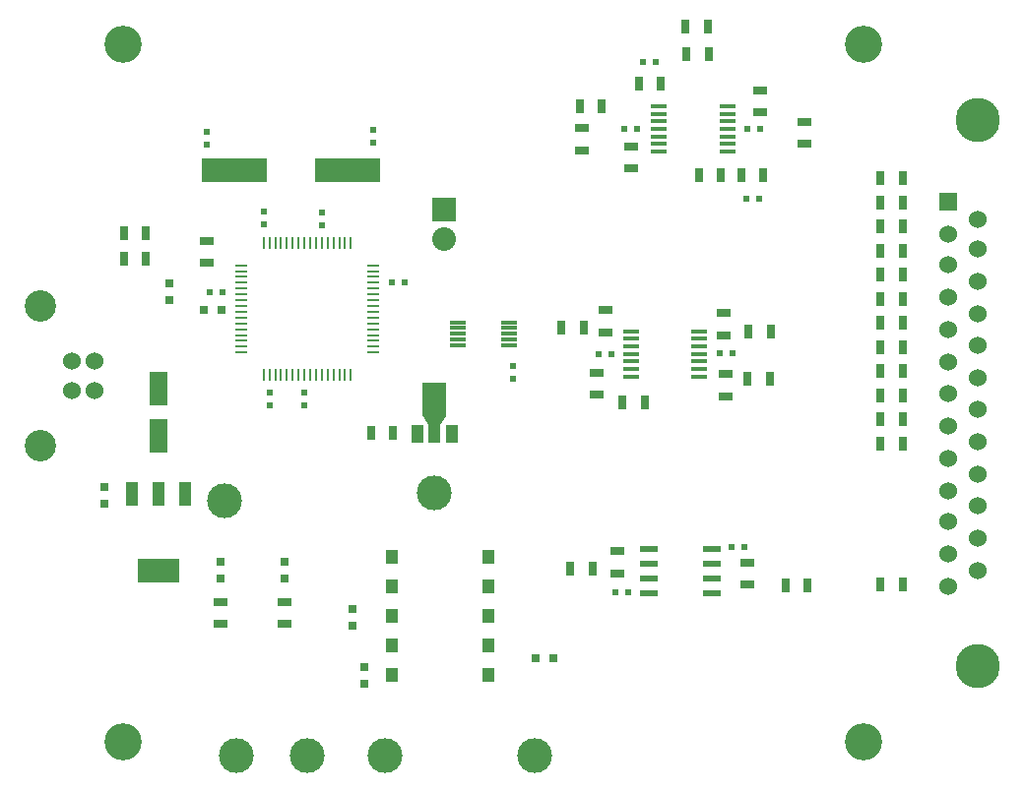
<source format=gts>
G04 #@! TF.FileFunction,Soldermask,Top*
%FSLAX46Y46*%
G04 Gerber Fmt 4.6, Leading zero omitted, Abs format (unit mm)*
G04 Created by KiCad (PCBNEW 4.0.1-stable) date 17/04/2016 20:48:40*
%MOMM*%
G01*
G04 APERTURE LIST*
%ADD10C,0.100000*%
%ADD11R,1.000000X0.250000*%
%ADD12R,0.250000X1.000000*%
%ADD13C,3.000000*%
%ADD14R,0.750000X0.800000*%
%ADD15R,0.600000X0.500000*%
%ADD16R,0.800000X0.750000*%
%ADD17R,0.500000X0.600000*%
%ADD18R,1.501140X2.999740*%
%ADD19R,0.797560X0.797560*%
%ADD20C,1.524000*%
%ADD21C,2.700020*%
%ADD22C,3.810000*%
%ADD23R,1.524000X1.524000*%
%ADD24R,0.700000X1.300000*%
%ADD25R,1.300000X0.700000*%
%ADD26C,3.200000*%
%ADD27R,3.657600X2.032000*%
%ADD28R,1.016000X2.032000*%
%ADD29R,1.000760X1.501140*%
%ADD30R,1.998980X2.999740*%
%ADD31R,1.100000X1.200000*%
%ADD32R,1.450000X0.450000*%
%ADD33R,1.550000X0.600000*%
%ADD34R,5.600700X2.100580*%
%ADD35R,2.032000X2.032000*%
%ADD36O,2.032000X2.032000*%
%ADD37R,1.400000X0.300000*%
G04 APERTURE END LIST*
D10*
D11*
X98000000Y-72350000D03*
X98000000Y-72850000D03*
X98000000Y-73350000D03*
X98000000Y-73850000D03*
X98000000Y-74350000D03*
X98000000Y-74850000D03*
X98000000Y-75350000D03*
X98000000Y-75850000D03*
X98000000Y-76350000D03*
X98000000Y-76850000D03*
X98000000Y-77350000D03*
X98000000Y-77850000D03*
X98000000Y-78350000D03*
X98000000Y-78850000D03*
X98000000Y-79350000D03*
X98000000Y-79850000D03*
D12*
X99950000Y-81800000D03*
X100450000Y-81800000D03*
X100950000Y-81800000D03*
X101450000Y-81800000D03*
X101950000Y-81800000D03*
X102450000Y-81800000D03*
X102950000Y-81800000D03*
X103450000Y-81800000D03*
X103950000Y-81800000D03*
X104450000Y-81800000D03*
X104950000Y-81800000D03*
X105450000Y-81800000D03*
X105950000Y-81800000D03*
X106450000Y-81800000D03*
X106950000Y-81800000D03*
X107450000Y-81800000D03*
D11*
X109400000Y-79850000D03*
X109400000Y-79350000D03*
X109400000Y-78850000D03*
X109400000Y-78350000D03*
X109400000Y-77850000D03*
X109400000Y-77350000D03*
X109400000Y-76850000D03*
X109400000Y-76350000D03*
X109400000Y-75850000D03*
X109400000Y-75350000D03*
X109400000Y-74850000D03*
X109400000Y-74350000D03*
X109400000Y-73850000D03*
X109400000Y-73350000D03*
X109400000Y-72850000D03*
X109400000Y-72350000D03*
D12*
X107450000Y-70400000D03*
X106950000Y-70400000D03*
X106450000Y-70400000D03*
X105950000Y-70400000D03*
X105450000Y-70400000D03*
X104950000Y-70400000D03*
X104450000Y-70400000D03*
X103950000Y-70400000D03*
X103450000Y-70400000D03*
X102950000Y-70400000D03*
X102450000Y-70400000D03*
X101950000Y-70400000D03*
X101450000Y-70400000D03*
X100950000Y-70400000D03*
X100450000Y-70400000D03*
X99950000Y-70400000D03*
D13*
X123225000Y-114500000D03*
X110350000Y-114500000D03*
X114625000Y-91975000D03*
X96575000Y-92650000D03*
X97575000Y-114550000D03*
D14*
X86225000Y-91400000D03*
X86225000Y-92900000D03*
D15*
X111000000Y-73850000D03*
X112100000Y-73850000D03*
D16*
X96325000Y-76225000D03*
X94825000Y-76225000D03*
D15*
X96375000Y-74675000D03*
X95275000Y-74675000D03*
D17*
X103450000Y-83325000D03*
X103450000Y-84425000D03*
X100450000Y-83300000D03*
X100450000Y-84400000D03*
X104950000Y-68900000D03*
X104950000Y-67800000D03*
X99950000Y-68800000D03*
X99950000Y-67700000D03*
D14*
X91875000Y-73875000D03*
X91875000Y-75375000D03*
D17*
X95050000Y-61925000D03*
X95050000Y-60825000D03*
X109350000Y-61800000D03*
X109350000Y-60700000D03*
X121425000Y-81000000D03*
X121425000Y-82100000D03*
D15*
X142575000Y-66600000D03*
X141475000Y-66600000D03*
X133675000Y-54850000D03*
X132575000Y-54850000D03*
X128725000Y-79975000D03*
X129825000Y-79975000D03*
X140250000Y-79900000D03*
X139150000Y-79900000D03*
X130975000Y-60600000D03*
X132075000Y-60600000D03*
X142675000Y-60600000D03*
X141575000Y-60600000D03*
X141300000Y-96600000D03*
X140200000Y-96600000D03*
X130200000Y-100525000D03*
X131300000Y-100525000D03*
D18*
X90875000Y-83001020D03*
X90875000Y-86998980D03*
D19*
X101750000Y-97826400D03*
X101750000Y-99325000D03*
D20*
X85425000Y-80560000D03*
X85425000Y-83100000D03*
X83426020Y-83100000D03*
X83426020Y-80560000D03*
D21*
X80726000Y-75830520D03*
X80726000Y-87829480D03*
D22*
X161370000Y-106845000D03*
X161370000Y-59855000D03*
D23*
X158830000Y-66840000D03*
D20*
X158830000Y-69634000D03*
X158830000Y-72301000D03*
X158830000Y-75095000D03*
X158830000Y-77889000D03*
X158830000Y-80683000D03*
X158830000Y-83350000D03*
X158830000Y-86144000D03*
X158830000Y-88938000D03*
X158830000Y-91732000D03*
X158830000Y-94399000D03*
X158830000Y-97193000D03*
X158830000Y-99987000D03*
X161370000Y-68414800D03*
X161370000Y-70954800D03*
X161370000Y-73748800D03*
X161370000Y-76492000D03*
X161370000Y-79235200D03*
X161370000Y-82029200D03*
X161370000Y-84772400D03*
X161370000Y-87515600D03*
X161370000Y-90360400D03*
X161370000Y-93052800D03*
X161370000Y-95796000D03*
X161370000Y-98590000D03*
D19*
X96250000Y-97826400D03*
X96250000Y-99325000D03*
D24*
X89825000Y-69550000D03*
X87925000Y-69550000D03*
X89825000Y-71825000D03*
X87925000Y-71825000D03*
X154900000Y-64850000D03*
X153000000Y-64850000D03*
X154900000Y-69000000D03*
X153000000Y-69000000D03*
X154900000Y-73150000D03*
X153000000Y-73150000D03*
X154900000Y-77300000D03*
X153000000Y-77300000D03*
X154900000Y-81450000D03*
X153000000Y-81450000D03*
X154900000Y-85600000D03*
X153000000Y-85600000D03*
X154900000Y-99825000D03*
X153000000Y-99825000D03*
X154900000Y-66925000D03*
X153000000Y-66925000D03*
X154900000Y-71075000D03*
X153000000Y-71075000D03*
X154900000Y-75225000D03*
X153000000Y-75225000D03*
X154900000Y-79375000D03*
X153000000Y-79375000D03*
X154900000Y-83525000D03*
X153000000Y-83525000D03*
X154900000Y-87675000D03*
X153000000Y-87675000D03*
X109175000Y-86800000D03*
X111075000Y-86800000D03*
D25*
X96250000Y-101300000D03*
X96250000Y-103200000D03*
X101750000Y-101300000D03*
X101750000Y-103200000D03*
X130350000Y-96950000D03*
X130350000Y-98850000D03*
D24*
X128225000Y-98450000D03*
X126325000Y-98450000D03*
D25*
X139550000Y-78375000D03*
X139550000Y-76475000D03*
X128600000Y-83500000D03*
X128600000Y-81600000D03*
D24*
X141650000Y-78050000D03*
X143550000Y-78050000D03*
X132725000Y-84150000D03*
X130825000Y-84150000D03*
X136225000Y-51800000D03*
X138125000Y-51800000D03*
X136300000Y-54150000D03*
X138200000Y-54150000D03*
X141550000Y-82075000D03*
X143450000Y-82075000D03*
X127450000Y-77750000D03*
X125550000Y-77750000D03*
X146725000Y-99925000D03*
X144825000Y-99925000D03*
D25*
X141525000Y-97950000D03*
X141525000Y-99850000D03*
X139650000Y-83625000D03*
X139650000Y-81725000D03*
X129350000Y-76200000D03*
X129350000Y-78100000D03*
D24*
X139275000Y-64625000D03*
X137375000Y-64625000D03*
X129050000Y-58650000D03*
X127150000Y-58650000D03*
X142900000Y-64625000D03*
X141000000Y-64625000D03*
X134125000Y-56700000D03*
X132225000Y-56700000D03*
D25*
X146475000Y-60000000D03*
X146475000Y-61900000D03*
X127350000Y-62450000D03*
X127350000Y-60550000D03*
X142650000Y-57300000D03*
X142650000Y-59200000D03*
X131550000Y-64000000D03*
X131550000Y-62100000D03*
D26*
X151550000Y-113350000D03*
X87850000Y-53350000D03*
X87850000Y-113350000D03*
X151550000Y-53350000D03*
D27*
X90925000Y-98652000D03*
D28*
X90925000Y-92048000D03*
X88639000Y-92048000D03*
X93211000Y-92048000D03*
D29*
X113148860Y-86826480D03*
X114650000Y-86826480D03*
X116151140Y-86826480D03*
D30*
X114650000Y-83875000D03*
D10*
G36*
X115650760Y-85349470D02*
X115150380Y-86098770D01*
X114149620Y-86098770D01*
X113649240Y-85349470D01*
X115650760Y-85349470D01*
X115650760Y-85349470D01*
G37*
D31*
X119250000Y-97470000D03*
X110950000Y-97470000D03*
X119250000Y-100010000D03*
X110950000Y-100010000D03*
X119250000Y-102550000D03*
X110950000Y-102550000D03*
X119250000Y-105090000D03*
X110950000Y-105090000D03*
X119250000Y-107630000D03*
X110950000Y-107630000D03*
D32*
X131525000Y-78025000D03*
X131525000Y-78675000D03*
X131525000Y-79325000D03*
X131525000Y-79975000D03*
X131525000Y-80625000D03*
X131525000Y-81275000D03*
X131525000Y-81925000D03*
X137425000Y-81925000D03*
X137425000Y-81275000D03*
X137425000Y-80625000D03*
X137425000Y-79975000D03*
X137425000Y-79325000D03*
X137425000Y-78675000D03*
X137425000Y-78025000D03*
D33*
X133050000Y-96720000D03*
X133050000Y-97990000D03*
X133050000Y-99260000D03*
X133050000Y-100530000D03*
X138450000Y-100530000D03*
X138450000Y-99260000D03*
X138450000Y-97990000D03*
X138450000Y-96720000D03*
D32*
X133950001Y-58650000D03*
X133950001Y-59300000D03*
X133950001Y-59950000D03*
X133950001Y-60600000D03*
X133950001Y-61250000D03*
X133950001Y-61900000D03*
X133950001Y-62550000D03*
X139850001Y-62550000D03*
X139850001Y-61900000D03*
X139850001Y-61250000D03*
X139850001Y-60600000D03*
X139850001Y-59950000D03*
X139850001Y-59300000D03*
X139850001Y-58650000D03*
D34*
X97426140Y-64175000D03*
X107123860Y-64175000D03*
D35*
X115425000Y-67585000D03*
D36*
X115425000Y-70125000D03*
D37*
X121075000Y-79250000D03*
X121075000Y-78750000D03*
X121075000Y-78250000D03*
X121075000Y-77750000D03*
X121075000Y-77250000D03*
X116675000Y-77250000D03*
X116675000Y-77750000D03*
X116675000Y-78250000D03*
X116675000Y-78750000D03*
X116675000Y-79250000D03*
D13*
X103725000Y-114500000D03*
D16*
X124875000Y-106150000D03*
X123375000Y-106150000D03*
D14*
X108625000Y-108400000D03*
X108625000Y-106900000D03*
X107625000Y-101900000D03*
X107625000Y-103400000D03*
D25*
X95025000Y-72125000D03*
X95025000Y-70225000D03*
M02*

</source>
